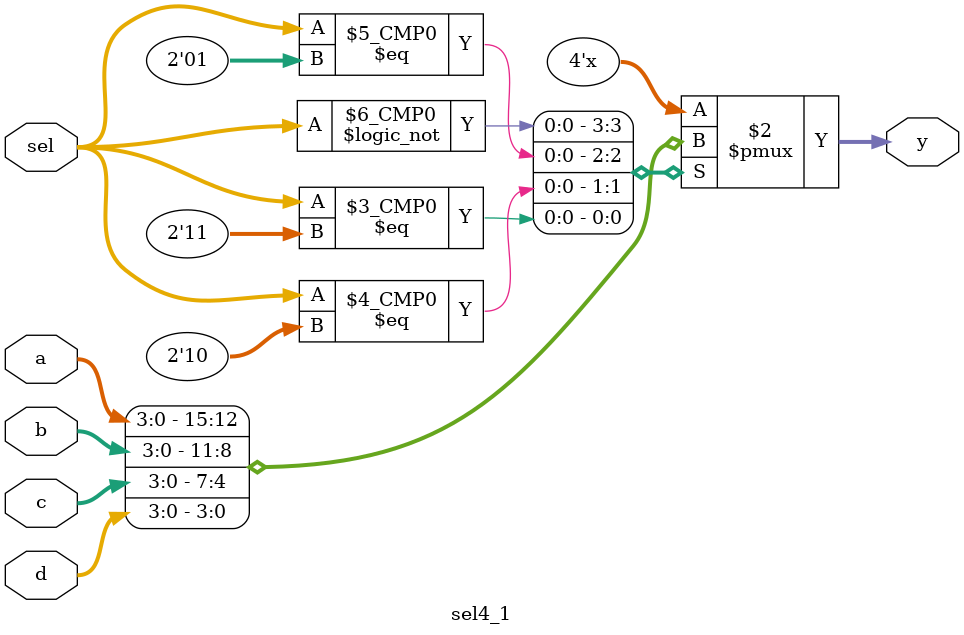
<source format=v>
`timescale 1ns / 1ps


module sel4_1(
    input [1:0] sel,
    input [3:0] a,
    input [3:0] b,
    input [3:0] c,
    input [3:0] d,
    output reg [3:0] y
    );
    always @(sel,a,b,c,d)
    begin
        case(sel)
            2'b00:y=a;
            2'b01:y=b;
            2'b10:y=c;
            2'b11:y=d;
            default:y=4'bx;
        endcase
    end
endmodule

</source>
